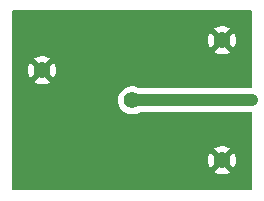
<source format=gbr>
%TF.GenerationSoftware,KiCad,Pcbnew,7.0.9-7.0.9~ubuntu22.04.1*%
%TF.CreationDate,2023-12-12T22:47:25+09:00*%
%TF.ProjectId,sample,73616d70-6c65-42e6-9b69-6361645f7063,rev?*%
%TF.SameCoordinates,Original*%
%TF.FileFunction,Copper,L2,Bot*%
%TF.FilePolarity,Positive*%
%FSLAX46Y46*%
G04 Gerber Fmt 4.6, Leading zero omitted, Abs format (unit mm)*
G04 Created by KiCad (PCBNEW 7.0.9-7.0.9~ubuntu22.04.1) date 2023-12-12 22:47:25*
%MOMM*%
%LPD*%
G01*
G04 APERTURE LIST*
%TA.AperFunction,ComponentPad*%
%ADD10C,1.400000*%
%TD*%
%TA.AperFunction,Conductor*%
%ADD11C,1.000000*%
%TD*%
G04 APERTURE END LIST*
D10*
%TO.P,J2,1,Pin_1*%
%TO.N,GND*%
X55880000Y-25400000D03*
%TD*%
%TO.P,J4,1,Pin_1*%
%TO.N,VDD*%
X48260000Y-30480000D03*
%TD*%
%TO.P,J3,1,Pin_1*%
%TO.N,GND*%
X55880000Y-35560000D03*
%TD*%
%TO.P,J1,1,Pin_1*%
%TO.N,GND*%
X40640000Y-27940000D03*
%TD*%
D11*
%TO.N,VDD*%
X48260000Y-30480000D02*
X58420000Y-30480000D01*
%TD*%
%TA.AperFunction,Conductor*%
%TO.N,GND*%
G36*
X58363039Y-22879685D02*
G01*
X58408794Y-22932489D01*
X58420000Y-22984000D01*
X58420000Y-29355500D01*
X58400315Y-29422539D01*
X58347511Y-29468294D01*
X58296000Y-29479500D01*
X48959863Y-29479500D01*
X48894586Y-29460927D01*
X48797404Y-29400754D01*
X48797398Y-29400752D01*
X48589940Y-29320382D01*
X48371243Y-29279500D01*
X48148757Y-29279500D01*
X47930060Y-29320382D01*
X47798864Y-29371207D01*
X47722601Y-29400752D01*
X47722595Y-29400754D01*
X47533439Y-29517874D01*
X47533437Y-29517876D01*
X47369020Y-29667761D01*
X47234943Y-29845308D01*
X47234938Y-29845316D01*
X47135775Y-30044461D01*
X47135769Y-30044476D01*
X47074885Y-30258462D01*
X47074884Y-30258464D01*
X47054357Y-30479999D01*
X47054357Y-30480000D01*
X47074884Y-30701535D01*
X47074885Y-30701537D01*
X47135769Y-30915523D01*
X47135775Y-30915538D01*
X47234938Y-31114683D01*
X47234943Y-31114691D01*
X47369020Y-31292238D01*
X47533437Y-31442123D01*
X47533439Y-31442125D01*
X47722595Y-31559245D01*
X47722596Y-31559245D01*
X47722599Y-31559247D01*
X47930060Y-31639618D01*
X48148757Y-31680500D01*
X48148759Y-31680500D01*
X48371241Y-31680500D01*
X48371243Y-31680500D01*
X48589940Y-31639618D01*
X48797401Y-31559247D01*
X48894586Y-31499073D01*
X48959863Y-31480500D01*
X58296000Y-31480500D01*
X58363039Y-31500185D01*
X58408794Y-31552989D01*
X58420000Y-31604500D01*
X58420000Y-37976000D01*
X58400315Y-38043039D01*
X58347511Y-38088794D01*
X58296000Y-38100000D01*
X38224000Y-38100000D01*
X38156961Y-38080315D01*
X38111206Y-38027511D01*
X38100000Y-37976000D01*
X38100000Y-36566880D01*
X55226672Y-36566880D01*
X55342821Y-36638797D01*
X55342822Y-36638798D01*
X55550195Y-36719134D01*
X55768807Y-36760000D01*
X55991193Y-36760000D01*
X56209809Y-36719133D01*
X56417168Y-36638801D01*
X56417181Y-36638795D01*
X56533326Y-36566879D01*
X55880001Y-35913553D01*
X55880000Y-35913553D01*
X55226672Y-36566879D01*
X55226672Y-36566880D01*
X38100000Y-36566880D01*
X38100000Y-35560000D01*
X54674859Y-35560000D01*
X54695378Y-35781439D01*
X54756240Y-35995350D01*
X54855369Y-36194428D01*
X54871137Y-36215308D01*
X54871138Y-36215308D01*
X55497145Y-35589302D01*
X55526372Y-35589302D01*
X55555047Y-35702538D01*
X55618936Y-35800327D01*
X55711115Y-35872072D01*
X55821595Y-35910000D01*
X55909005Y-35910000D01*
X55995216Y-35895614D01*
X56097947Y-35840019D01*
X56177060Y-35754079D01*
X56223982Y-35647108D01*
X56231200Y-35560000D01*
X56233553Y-35560000D01*
X56888861Y-36215308D01*
X56904631Y-36194425D01*
X56904633Y-36194422D01*
X57003759Y-35995350D01*
X57064621Y-35781439D01*
X57085141Y-35560000D01*
X57085141Y-35559999D01*
X57064621Y-35338560D01*
X57003759Y-35124649D01*
X56904635Y-34925580D01*
X56904630Y-34925572D01*
X56888860Y-34904690D01*
X56233553Y-35559999D01*
X56233553Y-35560000D01*
X56231200Y-35560000D01*
X56233628Y-35530698D01*
X56204953Y-35417462D01*
X56141064Y-35319673D01*
X56048885Y-35247928D01*
X55938405Y-35210000D01*
X55850995Y-35210000D01*
X55764784Y-35224386D01*
X55662053Y-35279981D01*
X55582940Y-35365921D01*
X55536018Y-35472892D01*
X55526372Y-35589302D01*
X55497145Y-35589302D01*
X55526447Y-35560000D01*
X54871138Y-34904691D01*
X54871137Y-34904691D01*
X54855368Y-34925574D01*
X54756240Y-35124649D01*
X54695378Y-35338560D01*
X54674859Y-35559999D01*
X54674859Y-35560000D01*
X38100000Y-35560000D01*
X38100000Y-34553119D01*
X55226671Y-34553119D01*
X55880000Y-35206447D01*
X55880001Y-35206447D01*
X56533327Y-34553119D01*
X56417178Y-34481202D01*
X56417177Y-34481201D01*
X56209804Y-34400865D01*
X55991193Y-34360000D01*
X55768807Y-34360000D01*
X55550195Y-34400865D01*
X55342824Y-34481200D01*
X55342823Y-34481201D01*
X55226671Y-34553119D01*
X38100000Y-34553119D01*
X38100000Y-28946880D01*
X39986672Y-28946880D01*
X40102821Y-29018797D01*
X40102822Y-29018798D01*
X40310195Y-29099134D01*
X40528807Y-29140000D01*
X40751193Y-29140000D01*
X40969809Y-29099133D01*
X41177168Y-29018801D01*
X41177181Y-29018795D01*
X41293326Y-28946879D01*
X40640001Y-28293553D01*
X40640000Y-28293553D01*
X39986672Y-28946879D01*
X39986672Y-28946880D01*
X38100000Y-28946880D01*
X38100000Y-27940000D01*
X39434859Y-27940000D01*
X39455378Y-28161439D01*
X39516240Y-28375350D01*
X39615369Y-28574428D01*
X39631137Y-28595308D01*
X39631138Y-28595308D01*
X40257145Y-27969302D01*
X40286372Y-27969302D01*
X40315047Y-28082538D01*
X40378936Y-28180327D01*
X40471115Y-28252072D01*
X40581595Y-28290000D01*
X40669005Y-28290000D01*
X40755216Y-28275614D01*
X40857947Y-28220019D01*
X40937060Y-28134079D01*
X40983982Y-28027108D01*
X40991200Y-27940000D01*
X40993553Y-27940000D01*
X41648861Y-28595308D01*
X41664631Y-28574425D01*
X41664633Y-28574422D01*
X41763759Y-28375350D01*
X41824621Y-28161439D01*
X41845141Y-27940000D01*
X41845141Y-27939999D01*
X41824621Y-27718560D01*
X41763759Y-27504649D01*
X41664635Y-27305580D01*
X41664630Y-27305572D01*
X41648860Y-27284690D01*
X40993553Y-27939999D01*
X40993553Y-27940000D01*
X40991200Y-27940000D01*
X40993628Y-27910698D01*
X40964953Y-27797462D01*
X40901064Y-27699673D01*
X40808885Y-27627928D01*
X40698405Y-27590000D01*
X40610995Y-27590000D01*
X40524784Y-27604386D01*
X40422053Y-27659981D01*
X40342940Y-27745921D01*
X40296018Y-27852892D01*
X40286372Y-27969302D01*
X40257145Y-27969302D01*
X40286447Y-27940000D01*
X39631138Y-27284691D01*
X39631137Y-27284691D01*
X39615368Y-27305574D01*
X39516240Y-27504649D01*
X39455378Y-27718560D01*
X39434859Y-27939999D01*
X39434859Y-27940000D01*
X38100000Y-27940000D01*
X38100000Y-26933119D01*
X39986671Y-26933119D01*
X40640000Y-27586447D01*
X40640001Y-27586447D01*
X41293327Y-26933119D01*
X41177178Y-26861202D01*
X41177177Y-26861201D01*
X40969804Y-26780865D01*
X40751193Y-26740000D01*
X40528807Y-26740000D01*
X40310195Y-26780865D01*
X40102824Y-26861200D01*
X40102823Y-26861201D01*
X39986671Y-26933119D01*
X38100000Y-26933119D01*
X38100000Y-26406880D01*
X55226672Y-26406880D01*
X55342821Y-26478797D01*
X55342822Y-26478798D01*
X55550195Y-26559134D01*
X55768807Y-26600000D01*
X55991193Y-26600000D01*
X56209809Y-26559133D01*
X56417168Y-26478801D01*
X56417181Y-26478795D01*
X56533326Y-26406879D01*
X55880001Y-25753553D01*
X55880000Y-25753553D01*
X55226672Y-26406879D01*
X55226672Y-26406880D01*
X38100000Y-26406880D01*
X38100000Y-25400000D01*
X54674859Y-25400000D01*
X54695378Y-25621439D01*
X54756240Y-25835350D01*
X54855369Y-26034428D01*
X54871137Y-26055308D01*
X54871138Y-26055308D01*
X55497145Y-25429302D01*
X55526372Y-25429302D01*
X55555047Y-25542538D01*
X55618936Y-25640327D01*
X55711115Y-25712072D01*
X55821595Y-25750000D01*
X55909005Y-25750000D01*
X55995216Y-25735614D01*
X56097947Y-25680019D01*
X56177060Y-25594079D01*
X56223982Y-25487108D01*
X56231200Y-25400000D01*
X56233553Y-25400000D01*
X56888861Y-26055308D01*
X56904631Y-26034425D01*
X56904633Y-26034422D01*
X57003759Y-25835350D01*
X57064621Y-25621439D01*
X57085141Y-25400000D01*
X57085141Y-25399999D01*
X57064621Y-25178560D01*
X57003759Y-24964649D01*
X56904635Y-24765580D01*
X56904630Y-24765572D01*
X56888860Y-24744690D01*
X56233553Y-25399999D01*
X56233553Y-25400000D01*
X56231200Y-25400000D01*
X56233628Y-25370698D01*
X56204953Y-25257462D01*
X56141064Y-25159673D01*
X56048885Y-25087928D01*
X55938405Y-25050000D01*
X55850995Y-25050000D01*
X55764784Y-25064386D01*
X55662053Y-25119981D01*
X55582940Y-25205921D01*
X55536018Y-25312892D01*
X55526372Y-25429302D01*
X55497145Y-25429302D01*
X55526447Y-25400000D01*
X54871138Y-24744691D01*
X54871137Y-24744691D01*
X54855368Y-24765574D01*
X54756240Y-24964649D01*
X54695378Y-25178560D01*
X54674859Y-25399999D01*
X54674859Y-25400000D01*
X38100000Y-25400000D01*
X38100000Y-24393119D01*
X55226671Y-24393119D01*
X55880000Y-25046447D01*
X55880001Y-25046447D01*
X56533327Y-24393119D01*
X56417178Y-24321202D01*
X56417177Y-24321201D01*
X56209804Y-24240865D01*
X55991193Y-24200000D01*
X55768807Y-24200000D01*
X55550195Y-24240865D01*
X55342824Y-24321200D01*
X55342823Y-24321201D01*
X55226671Y-24393119D01*
X38100000Y-24393119D01*
X38100000Y-22984000D01*
X38119685Y-22916961D01*
X38172489Y-22871206D01*
X38224000Y-22860000D01*
X58296000Y-22860000D01*
X58363039Y-22879685D01*
G37*
%TD.AperFunction*%
%TD*%
M02*

</source>
